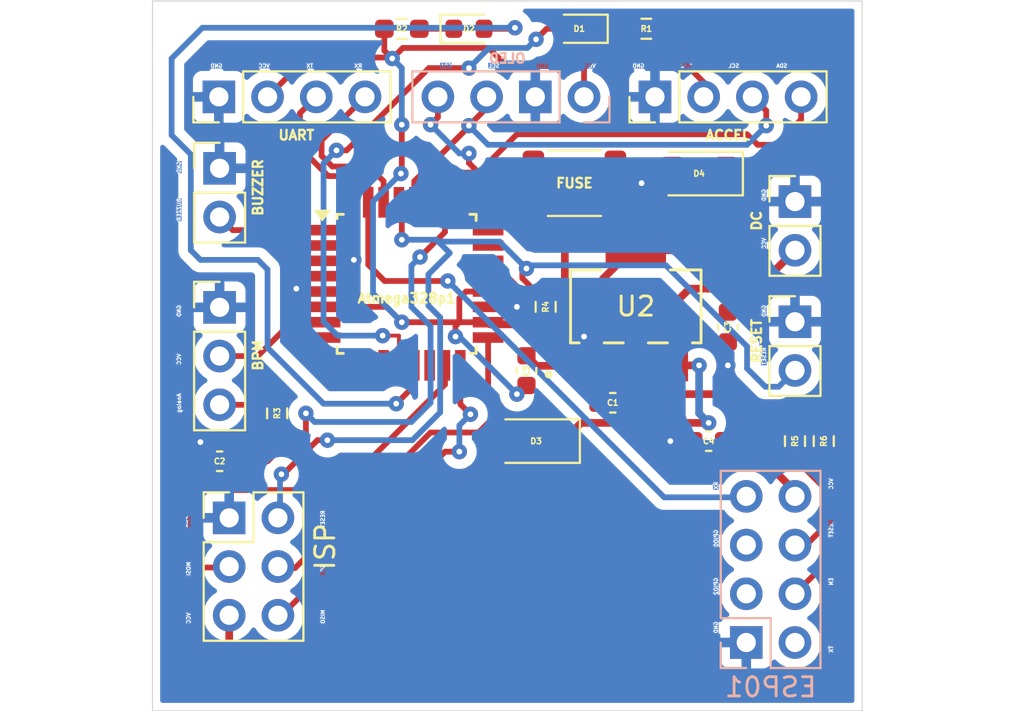
<source format=kicad_pcb>
(kicad_pcb (version 20240108) (generator "pcbnew") (generator_version "8.0")
  (layers (0 "F.Cu" signal) (31 "B.Cu" signal) (34 "B.Paste" user) (35 "F.Paste" user) (36 "B.SilkS" user "B.Silkscreen") (37 "F.SilkS" user "F.Silkscreen") (38 "B.Mask" user) (39 "F.Mask" user) (44 "Edge.Cuts" user))
  (net 0 "")
  (net 2 "GND")
  (net 14 "Vin")
  (net 15 "VCC")
  (net 17 "/RESET")
  (net 18 "/SDA")
  (net 19 "/PB1")
  (net 20 "/PB0")
  (net 21 "/RX")
  (net 22 "/ADC3")
  (net 23 "/SCL")
  (net 24 "/MISO")
  (net 25 "/SCK")
  (net 26 "/MOSI")
  (net 27 "/TX")
  (net 28 "/PD3")
  (footprint "Connector_PinHeader_2.54mm:PinHeader_2x03_P2.54mm_Vertical" (layer "F.Cu") (at 85 70)
    (property "Reference" "ISP" (at 5 1.5 90) (layer "F.SilkS"))
    (property "Value" "PinHeader_2x03_P2.54mm_Vertical")
    (pad "1" thru_hole rect (at 0 0) (size 1.7 1.7) (drill 1) (layers "*.Cu" "*.Mask") (net 2 "GND"))
    (pad "2" thru_hole oval (at 2.54 0) (size 1.7 1.7) (drill 1) (layers "*.Cu" "*.Mask") (net 17 "/RESET"))
    (pad "3" thru_hole oval (at 0 2.54) (size 1.7 1.7) (drill 1) (layers "*.Cu" "*.Mask") (net 26 "/MOSI"))
    (pad "4" thru_hole oval (at 2.54 2.54) (size 1.7 1.7) (drill 1) (layers "*.Cu" "*.Mask") (net 25 "/SCK"))
    (pad "5" thru_hole oval (at 0 5.08) (size 1.7 1.7) (drill 1) (layers "*.Cu" "*.Mask") (net 14 "Vin"))
    (pad "6" thru_hole oval (at 2.54 5.08) (size 1.7 1.7) (drill 1) (layers "*.Cu" "*.Mask") (net 24 "/MISO"))
  )
  (footprint "Package_QFP:TQFP-32_7x7mm_P0.8mm" (layer "F.Cu") (at 94.25 57.8)
    (property "Reference" "Atmega328p1" (at 0 0.75 0) (layer "F.SilkS") (effects (font (size 0.5 0.5) (thickness 0.125))))
    (property "Value" "ATmega328P-A" (hide yes))
    (pad "1" smd rect (at -4.25 -2.8) (size 1.6 0.55) (layers "F.Cu" "F.Paste" "F.Mask") (net 28 "/PD3"))
    (pad "2" smd rect (at -4.25 -2) (size 1.6 0.55) (layers "F.Cu" "F.Paste" "F.Mask"))
    (pad "3" smd rect (at -4.25 -1.2) (size 1.6 0.55) (layers "F.Cu" "F.Paste" "F.Mask") (net 2 "GND"))
    (pad "4" smd rect (at -4.25 -0.4) (size 1.6 0.55) (layers "F.Cu" "F.Paste" "F.Mask") (net 15 "VCC"))
    (pad "5" smd rect (at -4.25 0.4) (size 1.6 0.55) (layers "F.Cu" "F.Paste" "F.Mask") (net 2 "GND"))
    (pad "6" smd rect (at -4.25 1.2) (size 1.6 0.55) (layers "F.Cu" "F.Paste" "F.Mask") (net 15 "VCC"))
    (pad "7" smd rect (at -4.25 2) (size 1.6 0.55) (layers "F.Cu" "F.Paste" "F.Mask"))
    (pad "8" smd rect (at -4.25 2.8) (size 1.6 0.55) (layers "F.Cu" "F.Paste" "F.Mask"))
    (pad "9" smd rect (at -2.8 4.25 90) (size 1.6 0.55) (layers "F.Cu" "F.Paste" "F.Mask"))
    (pad "10" smd rect (at -2 4.25 90) (size 1.6 0.55) (layers "F.Cu" "F.Paste" "F.Mask"))
    (pad "11" smd rect (at -1.2 4.25 90) (size 1.6 0.55) (layers "F.Cu" "F.Paste" "F.Mask"))
    (pad "12" smd rect (at -0.4 4.25 90) (size 1.6 0.55) (layers "F.Cu" "F.Paste" "F.Mask") (net 20 "/PB0"))
    (pad "13" smd rect (at 0.4 4.25 90) (size 1.6 0.55) (layers "F.Cu" "F.Paste" "F.Mask") (net 19 "/PB1"))
    (pad "14" smd rect (at 1.2 4.25 90) (size 1.6 0.55) (layers "F.Cu" "F.Paste" "F.Mask"))
    (pad "15" smd rect (at 2 4.25 90) (size 1.6 0.55) (layers "F.Cu" "F.Paste" "F.Mask") (net 26 "/MOSI"))
    (pad "16" smd rect (at 2.8 4.25 90) (size 1.6 0.55) (layers "F.Cu" "F.Paste" "F.Mask") (net 24 "/MISO"))
    (pad "17" smd rect (at 4.25 2.8) (size 1.6 0.55) (layers "F.Cu" "F.Paste" "F.Mask") (net 25 "/SCK"))
    (pad "18" smd rect (at 4.25 2) (size 1.6 0.55) (layers "F.Cu" "F.Paste" "F.Mask") (net 15 "VCC"))
    (pad "19" smd rect (at 4.25 1.2) (size 1.6 0.55) (layers "F.Cu" "F.Paste" "F.Mask"))
    (pad "20" smd rect (at 4.25 0.4) (size 1.6 0.55) (layers "F.Cu" "F.Paste" "F.Mask") (net 15 "VCC"))
    (pad "21" smd rect (at 4.25 -0.4) (size 1.6 0.55) (layers "F.Cu" "F.Paste" "F.Mask") (net 2 "GND"))
    (pad "22" smd rect (at 4.25 -1.2) (size 1.6 0.55) (layers "F.Cu" "F.Paste" "F.Mask"))
    (pad "23" smd rect (at 4.25 -2) (size 1.6 0.55) (layers "F.Cu" "F.Paste" "F.Mask"))
    (pad "24" smd rect (at 4.25 -2.8) (size 1.6 0.55) (layers "F.Cu" "F.Paste" "F.Mask"))
    (pad "25" smd rect (at 2.8 -4.25 90) (size 1.6 0.55) (layers "F.Cu" "F.Paste" "F.Mask"))
    (pad "26" smd rect (at 2 -4.25 90) (size 1.6 0.55) (layers "F.Cu" "F.Paste" "F.Mask") (net 22 "/ADC3"))
    (pad "27" smd rect (at 1.2 -4.25 90) (size 1.6 0.55) (layers "F.Cu" "F.Paste" "F.Mask") (net 18 "/SDA"))
    (pad "28" smd rect (at 0.4 -4.25 90) (size 1.6 0.55) (layers "F.Cu" "F.Paste" "F.Mask") (net 23 "/SCL"))
    (pad "29" smd rect (at -0.4 -4.25 90) (size 1.6 0.55) (layers "F.Cu" "F.Paste" "F.Mask") (net 17 "/RESET"))
    (pad "30" smd rect (at -1.2 -4.25 90) (size 1.6 0.55) (layers "F.Cu" "F.Paste" "F.Mask") (net 21 "/RX"))
    (pad "31" smd rect (at -2 -4.25 90) (size 1.6 0.55) (layers "F.Cu" "F.Paste" "F.Mask") (net 27 "/TX"))
    (pad "32" smd rect (at -2.8 -4.25 90) (size 1.6 0.55) (layers "F.Cu" "F.Paste" "F.Mask"))
  )
  (footprint "Capacitor_SMD:C_0603_1608Metric" (layer "F.Cu") (at 105 64 180)
    (property "Reference" "C1" (at 0 0 0) (layer "F.SilkS") (effects (font (size 0.3 0.3) (thickness 0.075))))
    (property "Value" "C_0603_1608Metric" (hide yes))
    (pad "1" smd roundrect (at -0.775 0 180) (size 0.9 0.95) (layers "F.Cu" "F.Paste" "F.Mask") (net 15 "VCC"))
    (pad "2" smd roundrect (at 0.775 0 180) (size 0.9 0.95) (layers "F.Cu" "F.Paste" "F.Mask") (net 2 "GND"))
  )
  (footprint "Capacitor_SMD:C_0603_1608Metric" (layer "F.Cu") (at 111 60.05 -90)
    (property "Reference" "C3" (at 0 0 90) (layer "F.SilkS") (effects (font (size 0.3 0.3) (thickness 0.075))))
    (property "Value" "C_0603_1608Metric" (hide yes))
    (pad "1" smd roundrect (at -0.775 0 270) (size 0.9 0.95) (layers "F.Cu" "F.Paste" "F.Mask") (net 14 "Vin"))
    (pad "2" smd roundrect (at 0.775 0 270) (size 0.9 0.95) (layers "F.Cu" "F.Paste" "F.Mask") (net 2 "GND"))
  )
  (footprint "Connector_PinHeader_2.54mm:PinHeader_1x02_P2.54mm_Vertical" (layer "F.Cu") (at 114.5 59.775)
    (property "Reference" "RESET" (at -2 1 90) (layer "F.SilkS") (effects (font (size 0.5 0.5) (thickness 0.125))))
    (property "Value" "PinHeader_1x02_P2.54mm_Vertical" (hide yes))
    (pad "1" thru_hole rect (at 0 0) (size 1.7 1.7) (drill 1) (layers "*.Cu" "*.Mask") (net 2 "GND"))
    (pad "2" thru_hole oval (at 0 2.54) (size 1.7 1.7) (drill 1) (layers "*.Cu" "*.Mask") (net 17 "/RESET"))
  )
  (footprint "Connector_PinHeader_2.54mm:PinHeader_1x03_P2.54mm_Vertical" (layer "F.Cu") (at 84.5 59.025)
    (property "Reference" "BPM" (at 2 2.5 90) (layer "F.SilkS") (effects (font (size 0.5 0.5) (thickness 0.125))))
    (property "Value" "PinHeader_1x03_P2.54mm_Vertical" (hide yes))
    (pad "1" thru_hole rect (at 0 0) (size 1.7 1.7) (drill 1) (layers "*.Cu" "*.Mask") (net 2 "GND"))
    (pad "2" thru_hole oval (at 0 2.54) (size 1.7 1.7) (drill 1) (layers "*.Cu" "*.Mask") (net 15 "VCC"))
    (pad "3" thru_hole oval (at 0 5.08) (size 1.7 1.7) (drill 1) (layers "*.Cu" "*.Mask") (net 22 "/ADC3"))
  )
  (footprint "Connector_PinHeader_2.54mm:PinHeader_1x02_P2.54mm_Vertical" (layer "F.Cu") (at 114.5 53.51)
    (property "Reference" "DC" (at -2 1 90) (layer "F.SilkS") (effects (font (size 0.5 0.5) (thickness 0.125))))
    (property "Value" "PinHeader_1x02_P2.54mm_Vertical" (hide yes))
    (pad "1" thru_hole rect (at 0 0) (size 1.7 1.7) (drill 1) (layers "*.Cu" "*.Mask") (net 2 "GND"))
    (pad "2" thru_hole oval (at 0 2.54) (size 1.7 1.7) (drill 1) (layers "*.Cu" "*.Mask") (net 14 "Vin"))
  )
  (footprint "Resistor_SMD:R_0603_1608Metric_Pad0.98x0.95mm_HandSolder" (layer "F.Cu") (at 101.5 59 90)
    (property "Reference" "R4" (at 0 0 90) (layer "F.SilkS") (effects (font (size 0.3 0.3) (thickness 0.075))))
    (property "Value" "R_0603_1608Metric_Pad0.98x0.95mm_HandSolder" (hide yes))
    (pad "1" smd roundrect (at -0.9125 0 90) (size 0.975 0.95) (layers "F.Cu" "F.Paste" "F.Mask") (net 15 "VCC"))
    (pad "2" smd roundrect (at 0.9125 0 90) (size 0.975 0.95) (layers "F.Cu" "F.Paste" "F.Mask") (net 17 "/RESET"))
  )
  (footprint "Resistor_SMD:R_0603_1608Metric_Pad0.98x0.95mm_HandSolder" (layer "F.Cu") (at 114.5 66 90)
    (property "Reference" "R5" (at 0 0 90) (layer "F.SilkS") (effects (font (size 0.3 0.3) (thickness 0.075))))
    (property "Value" "R_0603_1608Metric_Pad0.98x0.95mm_HandSolder" (hide yes))
    (pad "1" smd roundrect (at -0.9125 0 90) (size 0.975 0.95) (layers "F.Cu" "F.Paste" "F.Mask"))
    (pad "2" smd roundrect (at 0.9125 0 90) (size 0.975 0.95) (layers "F.Cu" "F.Paste" "F.Mask") (net 15 "VCC"))
  )
  (footprint "Capacitor_SMD:C_0603_1608Metric" (layer "F.Cu") (at 100.5 62.325 90)
    (property "Reference" "C5" (at 0 0 90) (layer "F.SilkS") (effects (font (size 0.3 0.3) (thickness 0.075))))
    (property "Value" "C_0603_1608Metric" (hide yes))
    (pad "1" smd roundrect (at -0.775 0 90) (size 0.9 0.95) (layers "F.Cu" "F.Paste" "F.Mask") (net 15 "VCC"))
    (pad "2" smd roundrect (at 0.775 0 90) (size 0.9 0.95) (layers "F.Cu" "F.Paste" "F.Mask") (net 2 "GND"))
  )
  (footprint "AP2114HA-3.3TRG1:SOT-223_DIO" (layer "F.Cu") (at 106.2 58.975)
    (property "Reference" "U2" (at 0 0 0) (layer "F.SilkS"))
    (property "Value" "AP2114HA_3.3V")
    (pad "1" smd rect (at -2.3 3.025) (size 0.8508 1.7612) (layers "F.Cu" "F.Paste" "F.Mask") (net 2 "GND"))
    (pad "2" smd rect (at 0 3.025) (size 0.8508 1.7612) (layers "F.Cu" "F.Paste" "F.Mask") (net 15 "VCC"))
    (pad "3" smd rect (at 2.3 3.025) (size 0.8508 1.7612) (layers "F.Cu" "F.Paste" "F.Mask") (net 14 "Vin"))
    (pad "4" smd rect (at 0 -3.025) (size 3.150799 1.7612) (layers "F.Cu" "F.Paste" "F.Mask") (net 15 "VCC"))
  )
  (footprint "Capacitor_SMD:C_0603_1608Metric" (layer "F.Cu") (at 84.5 67.05 180)
    (property "Reference" "C2" (at 0 0 0) (layer "F.SilkS") (effects (font (size 0.3 0.3) (thickness 0.075))))
    (property "Value" "C_0603_1608Metric" (hide yes))
    (pad "1" smd roundrect (at -0.775 0 180) (size 0.9 0.95) (layers "F.Cu" "F.Paste" "F.Mask") (net 22 "/ADC3"))
    (pad "2" smd roundrect (at 0.775 0 180) (size 0.9 0.95) (layers "F.Cu" "F.Paste" "F.Mask") (net 2 "GND"))
  )
  (footprint "LED_SMD:LED_0603_1608Metric" (layer "F.Cu") (at 103.25 44.5 180)
    (property "Reference" "D1" (at 0 0 0) (layer "F.SilkS") (effects (font (size 0.3 0.3) (thickness 0.075))))
    (property "Value" "LED_0603_1608Metric" (hide yes))
    (pad "1" smd roundrect (at -0.7875 0 180) (size 0.875 0.95) (layers "F.Cu" "F.Paste" "F.Mask"))
    (pad "2" smd roundrect (at 0.7875 0 180) (size 0.875 0.95) (layers "F.Cu" "F.Paste" "F.Mask") (net 20 "/PB0"))
  )
  (footprint "Connector_PinHeader_2.54mm:PinHeader_1x02_P2.54mm_Vertical" (layer "F.Cu") (at 84.5 51.775)
    (property "Reference" "BUZZER" (at 2 1 90) (layer "F.SilkS") (effects (font (size 0.5 0.5) (thickness 0.125))))
    (property "Value" "PinHeader_1x02_P2.54mm_Vertical" (hide yes))
    (pad "1" thru_hole rect (at 0 0) (size 1.7 1.7) (drill 1) (layers "*.Cu" "*.Mask") (net 2 "GND"))
    (pad "2" thru_hole oval (at 0 2.54) (size 1.7 1.7) (drill 1) (layers "*.Cu" "*.Mask") (net 28 "/PD3"))
  )
  (footprint "Diode_SMD:D_1206_3216Metric" (layer "F.Cu") (at 109.5 52.05 180)
    (property "Reference" "D4" (at 0 0 0) (layer "F.SilkS") (effects (font (size 0.3 0.3) (thickness 0.075))))
    (property "Value" "D_1206_3216Metric")
    (pad "1" smd roundrect (at -1.4 0 180) (size 1.25 1.75) (layers "F.Cu" "F.Paste" "F.Mask") (roundrect_rratio 0.2) (net 15 "VCC"))
    (pad "2" smd roundrect (at 1.4 0 180) (size 1.25 1.75) (layers "F.Cu" "F.Paste" "F.Mask") (roundrect_rratio 0.2) (net 2 "GND"))
  )
  (footprint "Resistor_SMD:R_0603_1608Metric_Pad0.98x0.95mm_HandSolder" (layer "F.Cu") (at 116 66 -90)
    (property "Reference" "R6" (at 0 0 90) (layer "F.SilkS") (effects (font (size 0.3 0.3) (thickness 0.075))))
    (property "Value" "R_0603_1608Metric_Pad0.98x0.95mm_HandSolder" (hide yes))
    (pad "1" smd roundrect (at -0.9125 0 270) (size 0.975 0.95) (layers "F.Cu" "F.Paste" "F.Mask") (net 15 "VCC"))
    (pad "2" smd roundrect (at 0.9125 0 270) (size 0.975 0.95) (layers "F.Cu" "F.Paste" "F.Mask"))
  )
  (footprint "LED_SMD:LED_0603_1608Metric" (layer "F.Cu") (at 97.5 44.5)
    (property "Reference" "D2" (at 0 0 0) (layer "F.SilkS") (effects (font (size 0.3 0.3) (thickness 0.075))))
    (property "Value" "LED_0603_1608Metric" (hide yes))
    (pad "1" smd roundrect (at -0.7875 0) (size 0.875 0.95) (layers "F.Cu" "F.Paste" "F.Mask"))
    (pad "2" smd roundrect (at 0.7875 0) (size 0.875 0.95) (layers "F.Cu" "F.Paste" "F.Mask") (net 19 "/PB1"))
  )
  (footprint "Diode_SMD:D_1206_3216Metric" (layer "F.Cu") (at 101 66 180)
    (property "Reference" "D3" (at 0 0 0) (layer "F.SilkS") (effects (font (size 0.3 0.3) (thickness 0.075))))
    (property "Value" "D_1206_3216Metric")
    (pad "1" smd roundrect (at -1.4 0 180) (size 1.25 1.75) (layers "F.Cu" "F.Paste" "F.Mask") (roundrect_rratio 0.2) (net 14 "Vin"))
    (pad "2" smd roundrect (at 1.4 0 180) (size 1.25 1.75) (layers "F.Cu" "F.Paste" "F.Mask") (roundrect_rratio 0.2) (net 14 "Vin"))
  )
  (footprint "Resistor_SMD:R_0603_1608Metric_Pad0.98x0.95mm_HandSolder" (layer "F.Cu") (at 87.5 64.55 90)
    (property "Reference" "R3" (at 0 0 90) (layer "F.SilkS") (effects (font (size 0.3 0.3) (thickness 0.075))))
    (property "Value" "R_0603_1608Metric_Pad0.98x0.95mm_HandSolder" (hide yes))
    (pad "1" smd roundrect (at -0.9125 0 90) (size 0.975 0.95) (layers "F.Cu" "F.Paste" "F.Mask") (net 22 "/ADC3"))
    (pad "2" smd roundrect (at 0.9125 0 90) (size 0.975 0.95) (layers "F.Cu" "F.Paste" "F.Mask") (net 22 "/ADC3"))
  )
  (footprint "Fuse:Fuse_1812_4532Metric" (layer "F.Cu") (at 103 52.55)
    (property "Reference" "FUSE" (at 0 0 0) (layer "F.SilkS") (effects (font (size 0.5 0.5) (thickness 0.125))))
    (property "Value" "Fuse_1812_4532Metric" (hide yes))
    (pad "1" smd roundrect (at -2.1375 0) (size 1.125 3.4) (layers "F.Cu" "F.Paste" "F.Mask") (roundrect_rratio 0.222222) (net 15 "VCC"))
    (pad "2" smd roundrect (at 2.1375 0) (size 1.125 3.4) (layers "F.Cu" "F.Paste" "F.Mask") (roundrect_rratio 0.222222) (net 15 "VCC"))
  )
  (footprint "Resistor_SMD:R_0603_1608Metric_Pad0.98x0.95mm_HandSolder" (layer "F.Cu") (at 106.75 44.5)
    (property "Reference" "R1" (at 0 0 0) (layer "F.SilkS") (effects (font (size 0.3 0.3) (thickness 0.075))))
    (property "Value" "R_0603_1608Metric_Pad0.98x0.95mm_HandSolder" (hide yes))
    (pad "1" smd roundrect (at -0.9125 0) (size 0.975 0.95) (layers "F.Cu" "F.Paste" "F.Mask"))
    (pad "2" smd roundrect (at 0.9125 0) (size 0.975 0.95) (layers "F.Cu" "F.Paste" "F.Mask") (net 15 "VCC"))
  )
  (footprint "Connector_PinHeader_2.54mm:PinHeader_1x04_P2.54mm_Vertical" (layer "F.Cu") (at 84.46 48.05 90)
    (property "Reference" "UART" (at -2 4.04 0) (layer "F.SilkS") (effects (font (size 0.5 0.5) (thickness 0.125))))
    (property "Value" "PinHeader_1x04_P2.54mm_Vertical" (hide yes))
    (pad "1" thru_hole rect (at 0 0 90) (size 1.7 1.7) (drill 1) (layers "*.Cu" "*.Mask") (net 2 "GND"))
    (pad "2" thru_hole oval (at 0 2.54 90) (size 1.7 1.7) (drill 1) (layers "*.Cu" "*.Mask") (net 15 "VCC"))
    (pad "3" thru_hole oval (at 0 5.08 90) (size 1.7 1.7) (drill 1) (layers "*.Cu" "*.Mask") (net 27 "/TX"))
    (pad "4" thru_hole oval (at 0 7.62 90) (size 1.7 1.7) (drill 1) (layers "*.Cu" "*.Mask") (net 21 "/RX"))
  )
  (footprint "Capacitor_SMD:C_0603_1608Metric" (layer "F.Cu") (at 110 66 180)
    (property "Reference" "C4" (at 0 0 0) (layer "F.SilkS") (effects (font (size 0.3 0.3) (thickness 0.075))))
    (property "Value" "C_0603_1608Metric" (hide yes))
    (pad "1" smd roundrect (at -0.775 0 180) (size 0.9 0.95) (layers "F.Cu" "F.Paste" "F.Mask") (net 15 "VCC"))
    (pad "2" smd roundrect (at 0.775 0 180) (size 0.9 0.95) (layers "F.Cu" "F.Paste" "F.Mask") (net 2 "GND"))
  )
  (footprint "Resistor_SMD:R_0603_1608Metric_Pad0.98x0.95mm_HandSolder" (layer "F.Cu") (at 94 44.5)
    (property "Reference" "R2" (at 0 0 0) (layer "F.SilkS") (effects (font (size 0.3 0.3) (thickness 0.075))))
    (property "Value" "R_0603_1608Metric_Pad0.98x0.95mm_HandSolder" (hide yes))
    (pad "1" smd roundrect (at -0.9125 0) (size 0.975 0.95) (layers "F.Cu" "F.Paste" "F.Mask") (net 15 "VCC"))
    (pad "2" smd roundrect (at 0.9125 0) (size 0.975 0.95) (layers "F.Cu" "F.Paste" "F.Mask"))
  )
  (footprint "Connector_PinHeader_2.54mm:PinHeader_1x04_P2.54mm_Vertical" (layer "F.Cu") (at 107.2 48.05 90)
    (property "Reference" "ACCEL" (at -2 3.8 0) (layer "F.SilkS") (effects (font (size 0.5 0.5) (thickness 0.125))))
    (property "Value" "PinHeader_1x04_P2.54mm_Vertical" (hide yes))
    (pad "1" thru_hole rect (at 0 0 90) (size 1.7 1.7) (drill 1) (layers "*.Cu" "*.Mask") (net 2 "GND"))
    (pad "2" thru_hole oval (at 0 2.54 90) (size 1.7 1.7) (drill 1) (layers "*.Cu" "*.Mask") (net 15 "VCC"))
    (pad "3" thru_hole oval (at 0 5.08 90) (size 1.7 1.7) (drill 1) (layers "*.Cu" "*.Mask") (net 23 "/SCL"))
    (pad "4" thru_hole oval (at 0 7.62 90) (size 1.7 1.7) (drill 1) (layers "*.Cu" "*.Mask") (net 18 "/SDA"))
  )
  (footprint "Connector_PinHeader_2.54mm:PinHeader_1x04_P2.54mm_Vertical" (layer "B.Cu") (at 103.5 48.05 90)
    (property "Reference" "OLED" (at 2 -4 0) (layer "B.SilkS") (effects (font (size 0.5 0.5) (thickness 0.125)) (justify mirror)))
    (property "Value" "PinHeader_1x04_P2.54mm_Vertical" (hide yes))
    (pad "1" thru_hole rect (at 0 -2.54 90) (size 1.7 1.7) (drill 1) (layers "*.Cu" "*.Mask") (net 2 "GND"))
    (pad "1" thru_hole oval (at 0 0 90) (size 1.7 1.7) (drill 1) (layers "*.Cu" "*.Mask") (net 15 "VCC"))
    (pad "3" thru_hole oval (at 0 -5.08 90) (size 1.7 1.7) (drill 1) (layers "*.Cu" "*.Mask") (net 23 "/SCL"))
    (pad "4" thru_hole oval (at 0 -7.62 90) (size 1.7 1.7) (drill 1) (layers "*.Cu" "*.Mask") (net 18 "/SDA"))
  )
  (footprint "Connector_PinHeader_2.54mm:PinHeader_2x04_P2.54mm_Vertical" (layer "B.Cu") (at 111.96 76.5)
    (property "Reference" "ESP01" (at 1.27 2.33 0) (layer "B.SilkS") (effects (justify mirror)))
    (property "Value" "PinHeader_2x04_P2.54mm_Vertical")
    (pad "1" thru_hole rect (at 0 0) (size 1.7 1.7) (drill 1) (layers "*.Cu" "*.Mask") (net 2 "GND"))
    (pad "2" thru_hole oval (at 2.54 0) (size 1.7 1.7) (drill 1) (layers "*.Cu" "*.Mask"))
    (pad "3" thru_hole oval (at 0 -2.54) (size 1.7 1.7) (drill 1) (layers "*.Cu" "*.Mask"))
    (pad "4" thru_hole oval (at 2.54 -2.54) (size 1.7 1.7) (drill 1) (layers "*.Cu" "*.Mask"))
    (pad "5" thru_hole oval (at 0 -5.08) (size 1.7 1.7) (drill 1) (layers "*.Cu" "*.Mask"))
    (pad "6" thru_hole oval (at 2.54 -5.08) (size 1.7 1.7) (drill 1) (layers "*.Cu" "*.Mask"))
    (pad "7" thru_hole oval (at 0 -7.62) (size 1.7 1.7) (drill 1) (layers "*.Cu" "*.Mask") (net 27 "/TX"))
    (pad "8" thru_hole oval (at 2.54 -7.62) (size 1.7 1.7) (drill 1) (layers "*.Cu" "*.Mask") (net 15 "VCC"))
  )
  (gr_line (start 118 80.05) (end 81 80.05) (stroke (width 0.05)) (layer "Edge.Cuts"))
  (gr_line (start 81 80.05) (end 81 43.05) (stroke (width 0.05)) (layer "Edge.Cuts"))
  (gr_line (start 118 43.05) (end 118 80.05) (stroke (width 0.05)) (layer "Edge.Cuts"))
  (gr_line (start 81 43.05) (end 118 43.05) (stroke (width 0.05)) (layer "Edge.Cuts"))
  (gr_text "PUFA V1.O" (at 112 45.55 0) (layer "F.Cu") (effects (font (size 0.5 0.5) (thickness 0.125) (bold yes)) (justify left bottom)))
  (gr_text "SCL" (at 111 46.55 0) (layer "B.Cu" knockout) (effects (font (size 0.2 0.2) (thickness 0.05) (bold yes)) (justify right bottom mirror)))
  (gr_text "EN" (at 116.5 73.55 90) (layer "B.Cu" knockout) (effects (font (size 0.2 0.2) (thickness 0.05) (bold yes)) (justify right bottom mirror)))
  (gr_text "VCC" (at 113 56.01 90) (layer "B.Cu" knockout) (effects (font (size 0.2 0.2) (thickness 0.05) (bold yes)) (justify right bottom mirror)))
  (gr_text "SDA" (at 113.5 46.55 0) (layer "B.Cu" knockout) (effects (font (size 0.2 0.2) (thickness 0.05) (bold yes)) (justify right bottom mirror)))
  (gr_text "RX" (at 91.5 46.55 0) (layer "B.Cu" knockout) (effects (font (size 0.2 0.2) (thickness 0.05) (bold yes)) (justify right bottom mirror)))
  (gr_text "MOSI" (at 83 73.05 90) (layer "B.Cu" knockout) (effects (font (size 0.2 0.2) (thickness 0.05) (bold yes)) (justify right bottom mirror)))
  (gr_text "RESET" (at 90 70.55 90) (layer "B.Cu" knockout) (effects (font (size 0.2 0.2) (thickness 0.05) (bold yes)) (justify right bottom mirror)))
  (gr_text "RX" (at 110.5 68.55 90) (layer "B.Cu" knockout) (effects (font (size 0.2 0.2) (thickness 0.05) (bold yes)) (justify right bottom mirror)))
  (gr_text "MISO" (at 90 75.55 90) (layer "B.Cu" knockout) (effects (font (size 0.2 0.2) (thickness 0.05) (bold yes)) (justify right bottom mirror)))
  (gr_text "GND" (at 113 53.51 90) (layer "B.Cu" knockout) (effects (font (size 0.2 0.2) (thickness 0.05) (bold yes)) (justify right bottom mirror)))
  (gr_text "Analog" (at 82.5 64.55 90) (layer "B.Cu" knockout) (effects (font (size 0.2 0.2) (thickness 0.05) (bold yes)) (justify right bottom mirror)))
  (gr_text "SCK" (at 90 73.05 90) (layer "B.Cu" knockout) (effects (font (size 0.2 0.2) (thickness 0.05) (bold yes)) (justify right bottom mirror)))
  (gr_text "VCC" (at 86.5 46.55 0) (layer "B.Cu" knockout) (effects (font (size 0.2 0.2) (thickness 0.05) (bold yes)) (justify right bottom mirror)))
  (gr_text "GND" (at 101 46.55 0) (layer "B.Cu" knockout) (effects (font (size 0.2 0.2) (thickness 0.05) (bold yes)) (justify right bottom mirror)))
  (gr_text "BUZZER" (at 82.5 54.55 90) (layer "B.Cu" knockout) (effects (font (size 0.2 0.2) (thickness 0.05) (bold yes)) (justify right bottom mirror)))
  (gr_text "GND" (at 113 59.55 90) (layer "B.Cu" knockout) (effects (font (size 0.2 0.2) (thickness 0.05) (bold yes)) (justify right bottom mirror)))
  (gr_text "SDA" (at 96 46.55 0) (layer "B.Cu" knockout) (effects (font (size 0.2 0.2) (thickness 0.05) (bold yes)) (justify right bottom mirror)))
  (gr_text "GND" (at 84 46.55 0) (layer "B.Cu" knockout) (effects (font (size 0.2 0.2) (thickness 0.05) (bold yes)) (justify right bottom mirror)))
  (gr_text "GPIO2" (at 110.5 74.05 90) (layer "B.Cu" knockout) (effects (font (size 0.2 0.2) (thickness 0.05) (bold yes)) (justify right bottom mirror)))
  (gr_text "VCC" (at 83 75.55 90) (layer "B.Cu" knockout) (effects (font (size 0.2 0.2) (thickness 0.05) (bold yes)) (justify right bottom mirror)))
  (gr_text "TX" (at 89 46.55 0) (layer "B.Cu" knockout) (effects (font (size 0.2 0.2) (thickness 0.05) (bold yes)) (justify right bottom mirror)))
  (gr_text "VCC" (at 103.5 46.55 0) (layer "B.Cu" knockout) (effects (font (size 0.2 0.2) (thickness 0.05) (bold yes)) (justify right bottom mirror)))
  (gr_text "GND" (at 82.5 59.55 90) (layer "B.Cu" knockout) (effects (font (size 0.2 0.2) (thickness 0.05) (bold yes)) (justify right bottom mirror)))
  (gr_text "GND" (at 106 46.55 0) (layer "B.Cu" knockout) (effects (font (size 0.2 0.2) (thickness 0.05) (bold yes)) (justify right bottom mirror)))
  (gr_text "GPIO0" (at 110.5 71.55 90) (layer "B.Cu" knockout) (effects (font (size 0.2 0.2) (thickness 0.05) (bold yes)) (justify right bottom mirror)))
  (gr_text "SCL" (at 98.5 46.55 0) (layer "B.Cu" knockout) (effects (font (size 0.2 0.2) (thickness 0.05) (bold yes)) (justify right bottom mirror)))
  (gr_text "TX" (at 116.5 77.05 90) (layer "B.Cu" knockout) (effects (font (size 0.2 0.2) (thickness 0.05) (bold yes)) (justify right bottom mirror)))
  (gr_text "VCC" (at 108.5 46.55 0) (layer "B.Cu" knockout) (effects (font (size 0.2 0.2) (thickness 0.05) (bold yes)) (justify right bottom mirror)))
  (gr_text "VCC" (at 116.5 68.55 90) (layer "B.Cu" knockout) (effects (font (size 0.2 0.2) (thickness 0.05) (bold yes)) (justify right bottom mirror)))
  (gr_text "RESET" (at 113 62.05 90) (layer "B.Cu" knockout) (effects (font (size 0.2 0.2) (thickness 0.05) (bold yes)) (justify right bottom mirror)))
  (gr_text "GND" (at 110.5 76.05 90) (layer "B.Cu" knockout) (effects (font (size 0.2 0.2) (thickness 0.05) (bold yes)) (justify right bottom mirror)))
  (gr_text "VCC" (at 82.5 62.05 90) (layer "B.Cu" knockout) (effects (font (size 0.2 0.2) (thickness 0.05) (bold yes)) (justify right bottom mirror)))
  (gr_text "RESET" (at 116.5 71.05 90) (layer "B.Cu" knockout) (effects (font (size 0.2 0.2) (thickness 0.05) (bold yes)) (justify right bottom mirror)))
  (gr_text "GND" (at 83 70.55 90) (layer "B.Cu" knockout) (effects (font (size 0.2 0.2) (thickness 0.05) (bold yes)) (justify right bottom mirror)))
  (gr_text "GND" (at 82.5 52.05 90) (layer "B.Cu" knockout) (effects (font (size 0.2 0.2) (thickness 0.05) (bold yes)) (justify right bottom mirror)))
  (segment (start 114.5 66.9125) (end 116.5 68.9125) (width 0.3) (layer "F.Cu") (net 0))
  (segment (start 116.5 68.9125) (end 116.5 70) (width 0.3) (layer "F.Cu") (net 0))
  (segment (start 104.0375 44.5) (end 105.8375 44.5) (width 0.3) (layer "F.Cu") (net 0))
  (segment (start 115.08 71.42) (end 114.5 71.42) (width 0.3) (layer "F.Cu") (net 0))
  (segment (start 117 67.9125) (end 117 71.46) (width 0.3) (layer "F.Cu") (net 0))
  (segment (start 96.7125 44.5) (end 94.9125 44.5) (width 0.3) (layer "F.Cu") (net 0))
  (segment (start 116.5 70) (end 115.08 71.42) (width 0.3) (layer "F.Cu") (net 0))
  (segment (start 117 71.46) (end 114.5 73.96) (width 0.3) (layer "F.Cu") (net 0))
  (segment (start 116 66.9125) (end 117 67.9125) (width 0.3) (layer "F.Cu") (net 0))
  (segment (start 103.7 62.075) (end 103.7 62.25) (width 0.4) (layer "F.Cu") (net 2))
  (segment (start 90 56.6) (end 91.45 56.6) (width 0.3) (layer "F.Cu") (net 2))
  (segment (start 103.7 62.075) (end 103.7 60.75) (width 0.3) (layer "F.Cu") (net 2))
  (segment (start 108.1 52.05) (end 106.999998 52.05) (width 0.4) (layer "F.Cu") (net 2))
  (segment (start 100 57.932107) (end 100 59) (width 0.3) (layer "F.Cu") (net 2))
  (segment (start 111 60.825) (end 111 62.05) (width 0.4) (layer "F.Cu") (net 2))
  (segment (start 83.725 67.05) (end 83.725 66.275) (width 0.3) (layer "F.Cu") (net 2))
  (segment (start 101.025 62.075) (end 103.7 62.075) (width 0.4) (layer "F.Cu") (net 2))
  (segment (start 103.7 62.25) (end 104.225 62.775) (width 0.4) (layer "F.Cu") (net 2))
  (segment (start 88.65 58.2) (end 88.5 58.05) (width 0.3) (layer "F.Cu") (net 2))
  (segment (start 84.5 48.09) (end 84.46 48.05) (width 0.2) (layer "F.Cu") (net 2))
  (segment (start 106.999998 52.05) (end 106.499998 52.55) (width 0.4) (layer "F.Cu") (net 2))
  (segment (start 104.225 62.775) (end 104.225 64) (width 0.4) (layer "F.Cu") (net 2))
  (segment (start 103.7 60.75) (end 103.5 60.55) (width 0.3) (layer "F.Cu") (net 2))
  (segment (start 91.45 56.6) (end 91.5 56.55) (width 0.3) (layer "F.Cu") (net 2))
  (segment (start 109.225 66) (end 108 66) (width 0.3) (layer "F.Cu") (net 2))
  (segment (start 90 58.2) (end 88.65 58.2) (width 0.3) (layer "F.Cu") (net 2))
  (segment (start 98.5 57.4) (end 99.467893 57.4) (width 0.3) (layer "F.Cu") (net 2))
  (segment (start 100.5 61.55) (end 101.025 62.075) (width 0.4) (layer "F.Cu") (net 2))
  (segment (start 83.725 66.275) (end 83.5 66.05) (width 0.3) (layer "F.Cu") (net 2))
  (segment (start 99.467893 57.4) (end 100 57.932107) (width 0.3) (layer "F.Cu") (net 2))
  (via (at 100 59) (size 0.8) (drill 0.3) (layers "F.Cu" "B.Cu") (net 2))
  (via (at 103.5 60.55) (size 0.8) (drill 0.3) (layers "F.Cu" "B.Cu") (net 2))
  (via (at 91.5 56.55) (size 0.8) (drill 0.3) (layers "F.Cu" "B.Cu") (net 2))
  (via (at 106.499998 52.55) (size 0.8) (drill 0.3) (layers "F.Cu" "B.Cu") (net 2))
  (via (at 88.5 58.05) (size 0.8) (drill 0.3) (layers "F.Cu" "B.Cu") (net 2))
  (via (at 108 66) (size 0.8) (drill 0.3) (layers "F.Cu" "B.Cu") (net 2))
  (via (at 83.5 66.05) (size 0.8) (drill 0.3) (layers "F.Cu" "B.Cu") (net 2))
  (via (at 111 62.05) (size 0.8) (drill 0.3) (layers "F.Cu" "B.Cu") (net 2))
  (segment (start 96.5 68.05) (end 90.5 74.05) (width 0.4) (layer "F.Cu") (net 14))
  (segment (start 109.5 62.05) (end 108.325 62.05) (width 0.4) (layer "F.Cu") (net 14))
  (segment (start 97.55 67.5) (end 97 68.05) (width 0.4) (layer "F.Cu") (net 14))
  (segment (start 85.8025 77.55) (end 85 76.7475) (width 0.4) (layer "F.Cu") (net 14))
  (segment (start 97 68.05) (end 96.5 68.05) (width 0.4) (layer "F.Cu") (net 14))
  (segment (start 85 76.7475) (end 85 75.28125) (width 0.4) (layer "F.Cu") (net 14))
  (segment (start 103.35 65.05) (end 102.4 66) (width 0.4) (layer "F.Cu") (net 14))
  (segment (start 111 58.05) (end 112.5 58.05) (width 0.4) (layer "F.Cu") (net 14))
  (segment (start 112.5 58.05) (end 114.5 56.05) (width 0.4) (layer "F.Cu") (net 14))
  (segment (start 89 77.55) (end 85.8025 77.55) (width 0.4) (layer "F.Cu") (net 14))
  (segment (start 99.6 66) (end 98.1 67.5) (width 0.4) (layer "F.Cu") (net 14))
  (segment (start 85 75.28125) (end 85.15125 75.13) (width 0.4) (layer "F.Cu") (net 14))
  (segment (start 108.3 62.075) (end 108.3 58.75) (width 0.4) (layer "F.Cu") (net 14))
  (segment (start 108.3 58.75) (end 109 58.05) (width 0.4) (layer "F.Cu") (net 14))
  (segment (start 90.5 76.05) (end 89 77.55) (width 0.4) (layer "F.Cu") (net 14))
  (segment (start 109 58.05) (end 111 58.05) (width 0.4) (layer "F.Cu") (net 14))
  (segment (start 90.5 74.05) (end 90.5 76.05) (width 0.4) (layer "F.Cu") (net 14))
  (segment (start 98.1 67.5) (end 97.55 67.5) (width 0.4) (layer "F.Cu") (net 14))
  (segment (start 110 65.05) (end 103.35 65.05) (width 0.4) (layer "F.Cu") (net 14))
  (segment (start 108.325 62.05) (end 108.3 62.075) (width 0.4) (layer "F.Cu") (net 14))
  (segment (start 111 59.275) (end 111 58.05) (width 0.4) (layer "F.Cu") (net 14))
  (via (at 109.5 62.05) (size 0.8) (drill 0.3) (layers "F.Cu" "B.Cu") (net 14))
  (via (at 110 65.05) (size 0.8) (drill 0.3) (layers "F.Cu" "B.Cu") (net 14))
  (segment (start 110 65.05) (end 109.5 64.55) (width 0.4) (layer "B.Cu") (net 14))
  (segment (start 109.5 64.55) (end 109.5 62.05) (width 0.4) (layer "B.Cu") (net 14))
  (segment (start 93.0875 45.6375) (end 93.0875 44.5) (width 0.3) (layer "F.Cu") (net 15))
  (segment (start 101.5 59.9125) (end 98.6125 59.9125) (width 0.4) (layer "F.Cu") (net 15))
  (segment (start 98.5 59.8) (end 97 59.8) (width 0.3) (layer "F.Cu") (net 15))
  (segment (start 97.35 58.2) (end 97 58.55) (width 0.3) (layer "F.Cu") (net 15))
  (segment (start 110.9 54.15) (end 109 56.05) (width 0.4) (layer "F.Cu") (net 15))
  (segment (start 100.05 63.55) (end 100 63.55) (width 0.3) (layer "F.Cu") (net 15))
  (segment (start 93.45 46) (end 89.05 46) (width 0.3) (layer "F.Cu") (net 15))
  (segment (start 106 56.025) (end 104.5 57.525) (width 0.4) (layer "F.Cu") (net 15))
  (segment (start 89.05 46) (end 87 48.05) (width 0.3) (layer "F.Cu") (net 15))
  (segment (start 104 46.05) (end 103.6 46.45) (width 0.3) (layer "F.Cu") (net 15))
  (segment (start 110.9 52.05) (end 110.9 54.15) (width 0.4) (layer "F.Cu") (net 15))
  (segment (start 106 61.05) (end 106 62.075) (width 0.4) (layer "F.Cu") (net 15))
  (segment (start 91 57.4) (end 91.5 57.9) (width 0.3) (layer "F.Cu") (net 15))
  (segment (start 91.5 57.9) (end 91.5 59) (width 0.3) (layer "F.Cu") (net 15))
  (segment (start 109.74 47.29) (end 109.74 48.05) (width 0.3) (layer "F.Cu") (net 15))
  (segment (start 96.8 60) (end 96.8 60.55) (width 0.3) (layer "F.Cu") (net 15))
  (segment (start 107.6625 44.8875) (end 106.5 46.05) (width 0.3) (layer "F.Cu") (net 15))
  (segment (start 112 65.05) (end 112 66.115) (width 0.4) (layer "F.Cu") (net 15))
  (segment (start 106.025 56.05) (end 106 56.025) (width 0.4) (layer "F.Cu") (net 15))
  (segment (start 106.5 46.05) (end 108.5 46.05) (width 0.3) (layer "F.Cu") (net 15))
  (segment (start 106.5 46.05) (end 104 46.05) (width 0.3) (layer "F.Cu") (net 15))
  (segment (start 110.775 66) (end 111.725 65.05) (width 0.4) (layer "F.Cu") (net 15))
  (segment (start 97 58.55) (end 97 59.8) (width 0.3) (layer "F.Cu") (net 15))
  (segment (start 84.5 61.565) (end 86.485 61.565) (width 0.3) (layer "F.Cu") (net 15))
  (segment (start 106 63.55) (end 106 63.775) (width 0.4) (layer "F.Cu") (net 15))
  (segment (start 99.480761 46.45) (end 98.530761 45.5) (width 0.3) (layer "F.Cu") (net 15))
  (segment (start 116 65.0875) (end 114.5 65.0875) (width 0.4) (layer "F.Cu") (net 15))
  (segment (start 104.5 57.525) (end 104.5 59.55) (width 0.4) (layer "F.Cu") (net 15))
  (segment (start 103.5 46.55) (end 103.5 48.05) (width 0.3) (layer "F.Cu") (net 15))
  (segment (start 110.9 52.05) (end 110.3625 52.05) (width 0.4) (layer "F.Cu") (net 15))
  (segment (start 93.5 46.05) (end 93.0875 45.6375) (width 0.3) (layer "F.Cu") (net 15))
  (segment (start 94 52.00476) (end 93.95476 52.05) (width 0.3) (layer "F.Cu") (net 15))
  (segment (start 104.5 59.55) (end 106 61.05) (width 0.4) (layer "F.Cu") (net 15))
  (segment (start 94 49.5) (end 94 52.00476) (width 0.3) (layer "F.Cu") (net 15))
  (segment (start 104 46.05) (end 103.5 46.55) (width 0.3) (layer "F.Cu") (net 15))
  (segment (start 93.5 46.05) (end 93.45 46) (width 0.3) (layer "F.Cu") (net 15))
  (segment (start 108.5 46.05) (end 109.74 47.29) (width 0.3) (layer "F.Cu") (net 15))
  (segment (start 102.5 58.9125) (end 101.5 59.9125) (width 0.4) (layer "F.Cu") (net 15))
  (segment (start 89.05 59) (end 90 59) (width 0.3) (layer "F.Cu") (net 15))
  (segment (start 108.5 56.05) (end 106.025 56.05) (width 0.4) (layer "F.Cu") (net 15))
  (segment (start 100.5 63.1) (end 100.05 63.55) (width 0.3) (layer "F.Cu") (net 15))
  (segment (start 97 59.8) (end 96.8 60) (width 0.3) (layer "F.Cu") (net 15))
  (segment (start 112 65.05) (end 111.5 64.55) (width 0.4) (layer "F.Cu") (net 15))
  (segment (start 93.2 59) (end 94 59.8) (width 0.3) (layer "F.Cu") (net 15))
  (segment (start 107.6625 44.5) (end 107.6625 44.8875) (width 0.3) (layer "F.Cu") (net 15))
  (segment (start 106 54.4125) (end 105.1375 53.55) (width 0.4) (layer "F.Cu") (net 15))
  (segment (start 98.6125 59.9125) (end 98.5 59.8) (width 0.4) (layer "F.Cu") (net 15))
  (segment (start 97 59.8) (end 94 59.8) (width 0.3) (layer "F.Cu") (net 15))
  (segment (start 114.5 65.0875) (end 112.0375 65.0875) (width 0.4) (layer "F.Cu") (net 15))
  (segment (start 112 66.115) (end 114.765 68.88) (width 0.4) (layer "F.Cu") (net 15))
  (segment (start 98.530761 45.5) (end 94.05 45.5) (width 0.3) (layer "F.Cu") (net 15))
  (segment (start 100.8625 52.55) (end 102.5 54.1875) (width 0.4) (layer "F.Cu") (net 15))
  (segment (start 111.725 65.05) (end 112 65.05) (width 0.4) (layer "F.Cu") (net 15))
  (segment (start 106 63.55) (end 106 62.075) (width 0.4) (layer "F.Cu") (net 15))
  (segment (start 102.5 54.1875) (end 102.5 58.9125) (width 0.4) (layer "F.Cu") (net 15))
  (segment (start 98.5 58.2) (end 97.35 58.2) (width 0.3) (layer "F.Cu") (net 15))
  (segment (start 90 59) (end 93.2 59) (width 0.3) (layer "F.Cu") (net 15))
  (segment (start 106 63.55) (end 110.5 63.55) (width 0.4) (layer "F.Cu") (net 15))
  (segment (start 106 63.775) (end 105.775 64) (width 0.4) (layer "F.Cu") (net 15))
  (segment (start 94.05 45.5) (end 93.5 46.05) (width 0.3) (layer "F.Cu") (net 15))
  (segment (start 86.485 61.565) (end 89.05 59) (width 0.3) (layer "F.Cu") (net 15))
  (segment (start 109 56.05) (end 108.5 56.05) (width 0.4) (layer "F.Cu") (net 15))
  (segment (start 103.6 46.45) (end 99.480761 46.45) (width 0.3) (layer "F.Cu") (net 15))
  (segment (start 110.5 63.55) (end 111.5 64.55) (width 0.4) (layer "F.Cu") (net 15))
  (segment (start 106 56.025) (end 106 54.4125) (width 0.4) (layer "F.Cu") (net 15))
  (segment (start 112.0375 65.0875) (end 112 65.05) (width 0.4) (layer "F.Cu") (net 15))
  (segment (start 90 57.4) (end 91 57.4) (width 0.3) (layer "F.Cu") (net 15))
  (via (at 93.95476 52.05) (size 0.8) (drill 0.3) (layers "F.Cu" "B.Cu") (net 15))
  (via (at 94 59.8) (size 0.8) (drill 0.3) (layers "F.Cu" "B.Cu") (net 15))
  (via (at 94 49.5) (size 0.8) (drill 0.3) (layers "F.Cu" "B.Cu") (net 15))
  (via (at 93.5 46.05) (size 0.8) (drill 0.3) (layers "F.Cu" "B.Cu") (net 15))
  (via (at 96.8 60.55) (size 0.8) (drill 0.3) (layers "F.Cu" "B.Cu") (net 15))
  (via (at 100 63.55) (size 0.8) (drill 0.3) (layers "F.Cu" "B.Cu") (net 15))
  (segment (start 94 46.55) (end 94 49.5) (width 0.3) (layer "B.Cu") (net 15))
  (segment (start 92.5 58.3) (end 92.5 53.50476) (width 0.3) (layer "B.Cu") (net 15))
  (segment (start 92.5 53.50476) (end 93.95476 52.05) (width 0.3) (layer "B.Cu") (net 15))
  (segment (start 93.85 59.65) (end 94 59.8) (width 0.3) (layer "B.Cu") (net 15))
  (segment (start 97 60.55) (end 96.8 60.55) (width 0.3) (layer "B.Cu") (net 15))
  (segment (start 94 59.8) (end 92.5 58.3) (width 0.3) (layer "B.Cu") (net 15))
  (segment (start 100 63.55) (end 97 60.55) (width 0.3) (layer "B.Cu") (net 15))
  (segment (start 93.5 46.05) (end 94 46.55) (width 0.3) (layer "B.Cu") (net 15))
  (segment (start 100.283822 57.508822) (end 101 58.225) (width 0.3) (layer "F.Cu") (net 17))
  (segment (start 87.722493 67.725161) (end 87.824839 67.725161) (width 0.3) (layer "F.Cu") (net 17))
  (segment (start 89.6 65.95) (end 90.121747 65.95) (width 0.3) (layer "F.Cu") (net 17))
  (segment (start 94 55.5) (end 94 53.7) (width 0.3) (layer "F.Cu") (net 17))
  (segment (start 87.824839 67.725161) (end 89.6 65.95) (width 0.3) (layer "F.Cu") (net 17))
  (segment (start 94 53.7) (end 93.85 53.55) (width 0.3) (layer "F.Cu") (net 17))
  (segment (start 100.283822 57.508822) (end 100.283822 57.216178) (width 0.3) (layer "F.Cu") (net 17))
  (segment (start 100.283822 57.216178) (end 100.5 57) (width 0.3) (layer "F.Cu") (net 17))
  (via (at 94 55.5) (size 0.8) (drill 0.3) (layers "F.Cu" "B.Cu") (net 17))
  (via (at 90.121747 65.95) (size 0.8) (drill 0.3) (layers "F.Cu" "B.Cu") (net 17))
  (via (at 100.5 57) (size 0.8) (drill 0.3) (layers "F.Cu" "B.Cu") (net 17))
  (via (at 87.722493 67.725161) (size 0.8) (drill 0.3) (layers "F.Cu" "B.Cu") (net 17))
  (segment (start 107.769309 56.833822) (end 112 61.064513) (width 0.3) (layer "B.Cu") (net 17))
  (segment (start 100.5 57) (end 99.096752 55.596752) (width 0.3) (layer "B.Cu") (net 17))
  (segment (start 112 61.064513) (end 112 62.211135) (width 0.3) (layer "B.Cu") (net 17))
  (segment (start 107.769309 56.833822) (end 100.666178 56.833822) (width 0.3) (layer "B.Cu") (net 17))
  (segment (start 87.65125 67.796404) (end 87.722493 67.725161) (width 0.3) (layer "B.Cu") (net 17))
  (segment (start 87.65125 70.075) (end 87.65125 67.796404) (width 0.3) (layer "B.Cu") (net 17))
  (segment (start 95.386279 57.307224) (end 95.386279 58.936279) (width 0.3) (layer "B.Cu") (net 17))
  (segment (start 96.5 56.193503) (end 95.903248 55.596752) (width 0.3) (layer "B.Cu") (net 17))
  (segment (start 95.903248 55.596752) (end 95.806497 55.5) (width 0.3) (layer "B.Cu") (net 17))
  (segment (start 96 64.5) (end 94.55 65.95) (width 0.3) (layer "B.Cu") (net 17))
  (segment (start 95.386279 58.936279) (end 96 59.55) (width 0.3) (layer "B.Cu") (net 17))
  (segment (start 113.65 63.165) (end 114.5 62.315) (width 0.3) (layer "B.Cu") (net 17))
  (segment (start 96 59.55) (end 96 64.5) (width 0.3) (layer "B.Cu") (net 17))
  (segment (start 100.666178 56.833822) (end 100.5 57) (width 0.3) (layer "B.Cu") (net 17))
  (segment (start 112 62.211135) (end 112.953865 63.165) (width 0.3) (layer "B.Cu") (net 17))
  (segment (start 99.096752 55.596752) (end 95.903248 55.596752) (width 0.3) (layer "B.Cu") (net 17))
  (segment (start 96.5 56.193503) (end 95.386279 57.307224) (width 0.3) (layer "B.Cu") (net 17))
  (segment (start 95.806497 55.5) (end 94 55.5) (width 0.3) (layer "B.Cu") (net 17))
  (segment (start 112.953865 63.165) (end 113.65 63.165) (width 0.3) (layer "B.Cu") (net 17))
  (segment (start 94.55 65.95) (end 90.121747 65.95) (width 0.3) (layer "B.Cu") (net 17))
  (segment (start 98 52) (end 100 50) (width 0.3) (layer "F.Cu") (net 18))
  (segment (start 95.88 48.05) (end 95.88 49.12) (width 0.3) (layer "F.Cu") (net 18))
  (segment (start 100 50) (end 112 50) (width 0.3) (layer "F.Cu") (net 18))
  (segment (start 95.45 53.55) (end 95.45 52.55) (width 0.3) (layer "F.Cu") (net 18))
  (segment (start 114.82 48.05) (end 114.82 49.23) (width 0.3) (layer "F.Cu") (net 18))
  (segment (start 112 50) (end 112.55 50.55) (width 0.3) (layer "F.Cu") (net 18))
  (segment (start 112.55 50.55) (end 113.5 50.55) (width 0.3) (layer "F.Cu") (net 18))
  (segment (start 95.45 52.55) (end 96 52) (width 0.3) (layer "F.Cu") (net 18))
  (segment (start 97.5 51) (end 97.5 51.5) (width 0.3) (layer "F.Cu") (net 18))
  (segment (start 95.88 49.12) (end 95.5 49.5) (width 0.3) (layer "F.Cu") (net 18))
  (segment (start 96 52) (end 98 52) (width 0.3) (layer "F.Cu") (net 18))
  (segment (start 114.82 49.23) (end 113.5 50.55) (width 0.3) (layer "F.Cu") (net 18))
  (segment (start 97.5 51.5) (end 98 52) (width 0.3) (layer "F.Cu") (net 18))
  (via (at 97.5 51) (size 0.8) (drill 0.3) (layers "F.Cu" "B.Cu") (net 18))
  (via (at 95.5 49.5) (size 0.8) (drill 0.3) (layers "F.Cu" "B.Cu") (net 18))
  (segment (start 95.5 49.5) (end 97 51) (width 0.3) (layer "B.Cu") (net 18))
  (segment (start 97 51) (end 97.5 51) (width 0.3) (layer "B.Cu") (net 18))
  (segment (start 98.2875 44.5) (end 99.847914 44.5) (width 0.3) (layer "F.Cu") (net 19))
  (segment (start 94.65 62.05) (end 94.65 63.107398) (width 0.3) (layer "F.Cu") (net 19))
  (segment (start 94.65 63.107398) (end 93.707398 64.05) (width 0.3) (layer "F.Cu") (net 19))
  (segment (start 99.847914 44.5) (end 99.898957 44.448957) (width 0.3) (layer "F.Cu") (net 19))
  (via (at 93.707398 64.05) (size 0.8) (drill 0.3) (layers "F.Cu" "B.Cu") (net 19))
  (via (at 99.898957 44.448957) (size 0.8) (drill 0.3) (layers "F.Cu" "B.Cu") (net 19))
  (segment (start 87 57.05) (end 86.5 56.55) (width 0.3) (layer "B.Cu") (net 19))
  (segment (start 82 46.05) (end 83.601043 44.448957) (width 0.3) (layer "B.Cu") (net 19))
  (segment (start 83.5 56.55) (end 83 56.05) (width 0.3) (layer "B.Cu") (net 19))
  (segment (start 89.919239 64.05) (end 87 61.130761) (width 0.3) (layer "B.Cu") (net 19))
  (segment (start 82 50.05) (end 82 46.05) (width 0.3) (layer "B.Cu") (net 19))
  (segment (start 83 51.05) (end 82 50.05) (width 0.3) (layer "B.Cu") (net 19))
  (segment (start 83 56.05) (end 83 51.05) (width 0.3) (layer "B.Cu") (net 19))
  (segment (start 87 61.130761) (end 87 57.05) (width 0.3) (layer "B.Cu") (net 19))
  (segment (start 83.601043 44.448957) (end 99.898957 44.448957) (width 0.3) (layer "B.Cu") (net 19))
  (segment (start 86.5 56.55) (end 83.5 56.55) (width 0.3) (layer "B.Cu") (net 19))
  (segment (start 93.707398 64.05) (end 89.919239 64.05) (width 0.3) (layer "B.Cu") (net 19))
  (segment (start 95.411812 46.55) (end 97.5 46.55) (width 0.3) (layer "F.Cu") (net 20))
  (segment (start 93.85 62.05) (end 93.85 60.5) (width 0.2) (layer "F.Cu") (net 20))
  (segment (start 91.124022 50.83779) (end 95.411812 46.55) (width 0.3) (layer "F.Cu") (net 20))
  (segment (start 102.4625 44.5) (end 101.55 44.5) (width 0.3) (layer "F.Cu") (net 20))
  (segment (start 90.593123 50.83779) (end 91.124022 50.83779) (width 0.3) (layer "F.Cu") (net 20))
  (segment (start 101.55 44.5) (end 101 45.05) (width 0.3) (layer "F.Cu") (net 20))
  (segment (start 93.85 60.5) (end 93 60.5) (width 0.2) (layer "F.Cu") (net 20))
  (via (at 90.593123 50.83779) (size 0.8) (drill 0.3) (layers "F.Cu" "B.Cu") (net 20))
  (via (at 101 45.05) (size 0.8) (drill 0.3) (layers "F.Cu" "B.Cu") (net 20))
  (via (at 93 60.5) (size 0.8) (drill 0.3) (layers "F.Cu" "B.Cu") (net 20))
  (via (at 97.5 46.55) (size 0.8) (drill 0.3) (layers "F.Cu" "B.Cu") (net 20))
  (segment (start 90.652086 60.5) (end 93 60.5) (width 0.3) (layer "B.Cu") (net 20))
  (segment (start 100.55 45.5) (end 101 45.05) (width 0.3) (layer "B.Cu") (net 20))
  (segment (start 97.5 46.55) (end 98.55 45.5) (width 0.3) (layer "B.Cu") (net 20))
  (segment (start 98.55 45.5) (end 100.55 45.5) (width 0.3) (layer "B.Cu") (net 20))
  (segment (start 90.593123 50.83779) (end 89.919381 51.511532) (width 0.3) (layer "B.Cu") (net 20))
  (segment (start 89.919381 51.511532) (end 89.919381 59.767295) (width 0.3) (layer "B.Cu") (net 20))
  (segment (start 89.919381 59.767295) (end 90.652086 60.5) (width 0.3) (layer "B.Cu") (net 20))
  (segment (start 93.05 52.45) (end 92.280913 51.680913) (width 0.3) (layer "F.Cu") (net 21))
  (segment (start 93.05 53.55) (end 93.05 52.45) (width 0.3) (layer "F.Cu") (net 21))
  (segment (start 92.280913 51.680913) (end 90.375584 51.680913) (width 0.3) (layer "F.Cu") (net 21))
  (segment (start 89.819087 51.124416) (end 89.819087 50.310913) (width 0.3) (layer "F.Cu") (net 21))
  (segment (start 90.375584 51.680913) (end 89.819087 51.124416) (width 0.3) (layer "F.Cu") (net 21))
  (segment (start 89.819087 50.310913) (end 92.08 48.05) (width 0.3) (layer "F.Cu") (net 21))
  (segment (start 96.25 53.55) (end 96.25 55.1) (width 0.3) (layer "F.Cu") (net 22))
  (segment (start 87.4125 63.55) (end 87.5 63.6375) (width 0.3) (layer "F.Cu") (net 22))
  (segment (start 88 66.55) (end 87.5 66.55) (width 0.3) (layer "F.Cu") (net 22))
  (segment (start 89 64.55) (end 89 65.55) (width 0.3) (layer "F.Cu") (net 22))
  (segment (start 85.275 67.05) (end 87 67.05) (width 0.3) (layer "F.Cu") (net 22))
  (segment (start 96.25 55.1) (end 94.95 56.4) (width 0.3) (layer "F.Cu") (net 22))
  (segment (start 84.5 64.105) (end 85.945 64.105) (width 0.3) (layer "F.Cu") (net 22))
  (segment (start 85.945 64.105) (end 86.5 63.55) (width 0.3) (layer "F.Cu") (net 22))
  (segment (start 86.5 63.55) (end 87.4125 63.55) (width 0.3) (layer "F.Cu") (net 22))
  (segment (start 87.5 65.4625) (end 87.5 66.55) (width 0.3) (layer "F.Cu") (net 22))
  (segment (start 87.5 66.55) (end 87 67.05) (width 0.3) (layer "F.Cu") (net 22))
  (segment (start 89 65.55) (end 88 66.55) (width 0.3) (layer "F.Cu") (net 22))
  (via (at 94.95 56.4) (size 0.8) (drill 0.3) (layers "F.Cu" "B.Cu") (net 22))
  (via (at 89 64.55) (size 0.8) (drill 0.3) (layers "F.Cu" "B.Cu") (net 22))
  (segment (start 89 64.55) (end 89.45 65) (width 0.3) (layer "B.Cu") (net 22))
  (segment (start 95.5 64) (end 95.5 60) (width 0.3) (layer "B.Cu") (net 22))
  (segment (start 89.45 65) (end 94.5 65) (width 0.3) (layer "B.Cu") (net 22))
  (segment (start 94.5 56.85) (end 94.95 56.4) (width 0.3) (layer "B.Cu") (net 22))
  (segment (start 94.5 59) (end 94.5 56.85) (width 0.3) (layer "B.Cu") (net 22))
  (segment (start 94.5 65) (end 95.5 64) (width 0.3) (layer "B.Cu") (net 22))
  (segment (start 95.5 60) (end 94.5 59) (width 0.3) (layer "B.Cu") (net 22))
  (segment (start 98.42 48.05) (end 98.42 48.63) (width 0.3) (layer "F.Cu") (net 23))
  (segment (start 98.42 48.63) (end 97.5 49.55) (width 0.3) (layer "F.Cu") (net 23))
  (segment (start 113 48.77) (end 112.28 48.05) (width 0.3) (layer "F.Cu") (net 23))
  (segment (start 113 49.55) (end 113 48.77) (width 0.3) (layer "F.Cu") (net 23))
  (segment (start 94.65 53.55) (end 94.65 52.45) (width 0.3) (layer "F.Cu") (net 23))
  (segment (start 97.5 49.6) (end 97.5 49.55) (width 0.3) (layer "F.Cu") (net 23))
  (segment (start 94.65 52.45) (end 97.5 49.6) (width 0.3) (layer "F.Cu") (net 23))
  (via (at 113 49.55) (size 0.8) (drill 0.3) (layers "F.Cu" "B.Cu") (net 23))
  (via (at 97.5 49.55) (size 0.8) (drill 0.3) (layers "F.Cu" "B.Cu") (net 23))
  (segment (start 112 50.55) (end 113 49.55) (width 0.3) (layer "B.Cu") (net 23))
  (segment (start 97.5 49.55) (end 98.5 50.55) (width 0.3) (layer "B.Cu") (net 23))
  (segment (start 98.5 50.55) (end 112 50.55) (width 0.3) (layer "B.Cu") (net 23))
  (segment (start 96.25625 66.55) (end 97 66.55) (width 0.3) (layer "F.Cu") (net 24))
  (segment (start 87.65125 75.155) (end 96.25625 66.55) (width 0.3) (layer "F.Cu") (net 24))
  (segment (start 97.05 62.05) (end 97.05 64.071756) (width 0.3) (layer "F.Cu") (net 24))
  (segment (start 97.05 64.071756) (end 97.578244 64.6) (width 0.3) (layer "F.Cu") (net 24))
  (via (at 97 66.55) (size 0.8) (drill 0.3) (layers "F.Cu" "B.Cu") (net 24))
  (via (at 97.578244 64.6) (size 0.8) (drill 0.3) (layers "F.Cu" "B.Cu") (net 24))
  (segment (start 97 65.178244) (end 97.578244 64.6) (width 0.3) (layer "B.Cu") (net 24))
  (segment (start 97 66.55) (end 97 65.178244) (width 0.3) (layer "B.Cu") (net 24))
  (segment (start 88.435 72.615) (end 87.65125 72.615) (width 0.3) (layer "F.Cu") (net 25))
  (segment (start 98.5 60.6) (end 98.5 63.5) (width 0.3) (layer "F.Cu") (net 25))
  (segment (start 99.15 64.15) (end 99.15 64.4) (width 0.3) (layer "F.Cu") (net 25))
  (segment (start 95.5 65.55) (end 88.435 72.615) (width 0.3) (layer "F.Cu") (net 25))
  (segment (start 98.5 63.5) (end 99.15 64.15) (width 0.3) (layer "F.Cu") (net 25))
  (segment (start 99.15 64.4) (end 98 65.55) (width 0.3) (layer "F.Cu") (net 25))
  (segment (start 98 65.55) (end 95.5 65.55) (width 0.3) (layer "F.Cu") (net 25))
  (segment (start 96.25 63.05) (end 96.25 62.05) (width 0.3) (layer "F.Cu") (net 26))
  (segment (start 85.15125 72.59) (end 83.54 72.59) (width 0.3) (layer "F.Cu") (net 26))
  (segment (start 83 72.05) (end 83 69.05) (width 0.3) (layer "F.Cu") (net 26))
  (segment (start 83 69.05) (end 83.5 68.55) (width 0.3) (layer "F.Cu") (net 26))
  (segment (start 83.54 72.59) (end 83 72.05) (width 0.3) (layer "F.Cu") (net 26))
  (segment (start 88.57049 68.55) (end 89.07049 68.05) (width 0.3) (layer "F.Cu") (net 26))
  (segment (start 91.25 68.05) (end 96.25 63.05) (width 0.3) (layer "F.Cu") (net 26))
  (segment (start 89.07049 68.05) (end 91.25 68.05) (width 0.3) (layer "F.Cu") (net 26))
  (segment (start 83.5 68.55) (end 88.57049 68.55) (width 0.3) (layer "F.Cu") (net 26))
  (segment (start 90.168477 52.180913) (end 88.69 50.702436) (width 0.3) (layer "F.Cu") (net 27))
  (segment (start 92.25 56.8) (end 93.101043 57.651043) (width 0.3) (layer "F.Cu") (net 27))
  (segment (start 88.69 48.9) (end 89.54 48.05) (width 0.3) (layer "F.Cu") (net 27))
  (segment (start 88.69 50.702436) (end 88.69 48.9) (width 0.3) (layer "F.Cu") (net 27))
  (segment (start 92.25 53.55) (end 92.25 52.45) (width 0.3) (layer "F.Cu") (net 27))
  (segment (start 93.101043 57.651043) (end 96.398957 57.651043) (width 0.3) (layer "F.Cu") (net 27))
  (segment (start 92.25 53.55) (end 92.25 56.8) (width 0.3) (layer "F.Cu") (net 27))
  (segment (start 92.25 52.45) (end 91.980913 52.180913) (width 0.3) (layer "F.Cu") (net 27))
  (segment (start 91.980913 52.180913) (end 90.168477 52.180913) (width 0.3) (layer "F.Cu") (net 27))
  (via (at 96.398957 57.651043) (size 0.8) (drill 0.3) (layers "F.Cu" "B.Cu") (net 27))
  (segment (start 107.677914 68.93) (end 96.398957 57.651043) (width 0.3) (layer "B.Cu") (net 27))
  (segment (start 112 68.93) (end 107.677914 68.93) (width 0.3) (layer "B.Cu") (net 27))
  (segment (start 85.185 55) (end 84.5 54.315) (width 0.3) (layer "F.Cu") (net 28))
  (segment (start 90 55) (end 85.185 55) (width 0.3) (layer "F.Cu") (net 28))
  (zone (net 2) (net_name "GND") (layer "B.Cu") (connect_pads (clearance 0.5)) (min_thickness 0.25) (fill yes (thermal_gap 0.5) (thermal_bridge_width 0.5))
    (polygon (pts (xy 81 43) (xy 81 80) (xy 118 80) (xy 118 43)))
  )
)
</source>
